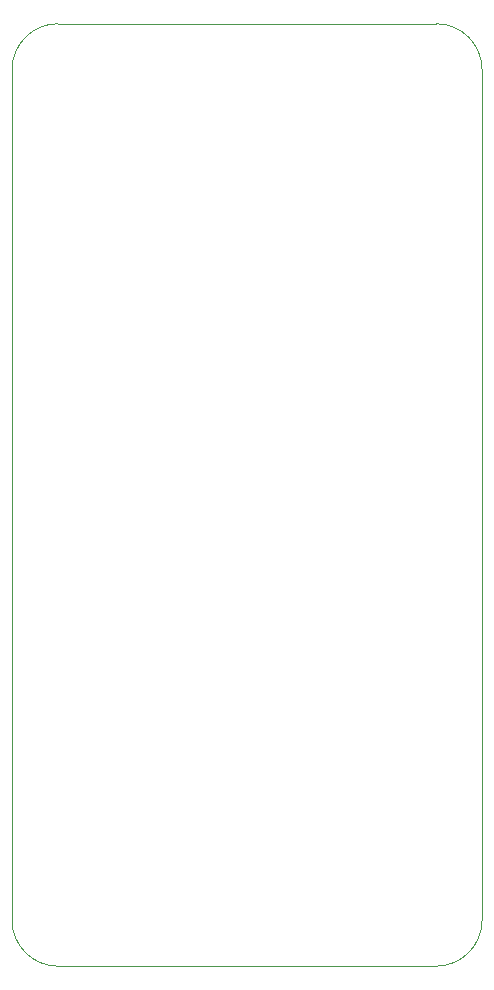
<source format=gko>
%TF.GenerationSoftware,KiCad,Pcbnew,4.0.5-e0-6337~49~ubuntu16.04.1*%
%TF.CreationDate,2017-02-03T12:40:07-08:00*%
%TF.ProjectId,5x10-Arduino-Nano-Breakout,357831302D41726475696E6F2D4E616E,1.0*%
%TF.FileFunction,Profile,NP*%
%FSLAX46Y46*%
G04 Gerber Fmt 4.6, Leading zero omitted, Abs format (unit mm)*
G04 Created by KiCad (PCBNEW 4.0.5-e0-6337~49~ubuntu16.04.1) date Fri Feb  3 12:40:07 2017*
%MOMM*%
%LPD*%
G01*
G04 APERTURE LIST*
%ADD10C,0.350000*%
%ADD11C,0.040640*%
G04 APERTURE END LIST*
D10*
D11*
X101550000Y-142310000D02*
X133550000Y-142310000D01*
X133550000Y-62510000D02*
X101550000Y-62510000D01*
X97650000Y-66410000D02*
X97650000Y-138410000D01*
X97650006Y-138416807D02*
G75*
G03X101550000Y-142310000I3899994J6807D01*
G01*
X101550000Y-62510000D02*
G75*
G03X97650000Y-66410000I0J-3900000D01*
G01*
X137450000Y-138410000D02*
X137450000Y-66410000D01*
X137449994Y-66403193D02*
G75*
G03X133550000Y-62510000I-3899994J-6807D01*
G01*
X133550000Y-142310000D02*
G75*
G03X137450000Y-138410000I0J3900000D01*
G01*
M02*

</source>
